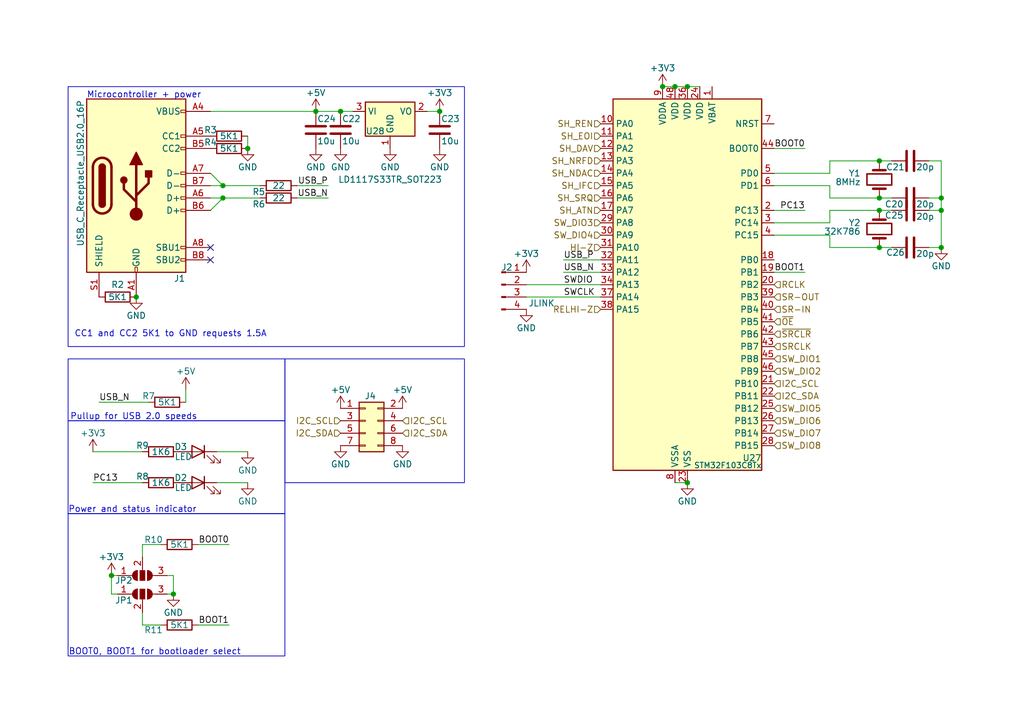
<source format=kicad_sch>
(kicad_sch (version 20231120) (generator "eeschema") (generator_version "8.0")
  (paper "A5")
  (lib_symbols
    (symbol "Connector:Conn_01x04_Pin" (pin_names (offset 1.016) hide)
      (property "Reference" "J" (at 0 5.08 0))
      (property "Value" "Conn_01x04_Pin" (at 0 -7.62 0))
      (symbol "Conn_01x04_Pin_1_1"
        (polyline (pts (xy 1.27 -5.08) (xy 0.8636 -5.08)) (stroke (width 0.1524)))
        (polyline (pts (xy 1.27 -2.54) (xy 0.8636 -2.54)) (stroke (width 0.1524)))
        (polyline (pts (xy 1.27 0) (xy 0.8636 0)) (stroke (width 0.1524)))
        (polyline (pts (xy 1.27 2.54) (xy 0.8636 2.54)) (stroke (width 0.1524)))
        (rectangle (start 0.8636 -4.953) (end 0 -5.207) (stroke (width 0.1524)) (fill (type outline)))
        (rectangle (start 0.8636 -2.413) (end 0 -2.667) (stroke (width 0.1524)) (fill (type outline)))
        (rectangle (start 0.8636 0.127) (end 0 -0.127) (stroke (width 0.1524)) (fill (type outline)))
        (rectangle (start 0.8636 2.667) (end 0 2.413) (stroke (width 0.1524)) (fill (type outline)))
        (pin passive line (at 5.08 2.54 180) (length 3.81) (name "Pin_1") (number "1"))
        (pin passive line (at 5.08 0 180) (length 3.81) (name "Pin_2") (number "2"))
        (pin passive line (at 5.08 -2.54 180) (length 3.81) (name "Pin_3") (number "3"))
        (pin passive line (at 5.08 -5.08 180) (length 3.81) (name "Pin_4") (number "4"))
      )
    )
    (symbol "Connector:USB_C_Receptacle_USB2.0_16P" (pin_names (offset 1.016))
      (property "Reference" "J" (at 0 22.225 0))
      (property "Value" "USB_C_Receptacle_USB2.0_16P" (at 0 19.685 0))
      (symbol "USB_C_Receptacle_USB2.0_16P_0_0"
        (rectangle (start -0.254 -17.78) (end 0.254 -16.764))
        (rectangle (start 10.16 -14.986) (end 9.144 -15.494))
        (rectangle (start 10.16 -12.446) (end 9.144 -12.954))
        (rectangle (start 10.16 -4.826) (end 9.144 -5.334))
        (rectangle (start 10.16 -2.286) (end 9.144 -2.794))
        (rectangle (start 10.16 0.254) (end 9.144 -0.254))
        (rectangle (start 10.16 2.794) (end 9.144 2.286))
        (rectangle (start 10.16 7.874) (end 9.144 7.366))
        (rectangle (start 10.16 10.414) (end 9.144 9.906))
        (rectangle (start 10.16 15.494) (end 9.144 14.986))
      )
      (symbol "USB_C_Receptacle_USB2.0_16P_0_1"
        (rectangle (start -10.16 17.78) (end 10.16 -17.78) (stroke (width 0.254)) (fill (type background)))
        (arc (start -8.89 -3.81) (mid -6.985 -5.7067) (end -5.08 -3.81) (stroke (width 0.508)))
        (arc (start -7.62 -3.81) (mid -6.985 -4.4423) (end -6.35 -3.81) (stroke (width 0.254)))
        (arc (start -7.62 -3.81) (mid -6.985 -4.4423) (end -6.35 -3.81) (stroke (width 0.254)) (fill (type outline)))
        (rectangle (start -7.62 -3.81) (end -6.35 3.81) (stroke (width 0.254)) (fill (type outline)))
        (arc (start -6.35 3.81) (mid -6.985 4.4423) (end -7.62 3.81) (stroke (width 0.254)))
        (arc (start -6.35 3.81) (mid -6.985 4.4423) (end -7.62 3.81) (stroke (width 0.254)) (fill (type outline)))
        (arc (start -5.08 3.81) (mid -6.985 5.7067) (end -8.89 3.81) (stroke (width 0.508)))
        (circle (center -2.54 1.143) (radius 0.635) (stroke (width 0.254)) (fill (type outline)))
        (circle (center 0 -5.842) (radius 1.27) (fill (type outline)))
        (polyline (pts (xy -8.89 -3.81) (xy -8.89 3.81)) (stroke (width 0.508)))
        (polyline (pts (xy -5.08 3.81) (xy -5.08 -3.81)) (stroke (width 0.508)))
        (polyline (pts (xy 0 -5.842) (xy 0 4.318)) (stroke (width 0.508)))
        (polyline (pts (xy 0 -3.302) (xy -2.54 -0.762) (xy -2.54 0.508)) (stroke (width 0.508)))
        (polyline (pts (xy 0 -2.032) (xy 2.54 0.508) (xy 2.54 1.778)) (stroke (width 0.508)))
        (polyline (pts (xy -1.27 4.318) (xy 0 6.858) (xy 1.27 4.318) (xy -1.27 4.318)) (stroke (width 0.254)) (fill (type outline)))
        (rectangle (start 1.905 1.778) (end 3.175 3.048) (stroke (width 0.254)) (fill (type outline)))
      )
      (symbol "USB_C_Receptacle_USB2.0_16P_1_1"
        (pin passive line (at 0 -22.86 90) (length 5.08) (name "GND") (number "A1"))
        (pin passive line (at 0 -22.86 90) (length 5.08) hide (name "GND") (number "A12"))
        (pin passive line (at 15.24 15.24 180) (length 5.08) (name "VBUS") (number "A4"))
        (pin bidirectional line (at 15.24 10.16 180) (length 5.08) (name "CC1") (number "A5"))
        (pin bidirectional line (at 15.24 -2.54 180) (length 5.08) (name "D+") (number "A6"))
        (pin bidirectional line (at 15.24 2.54 180) (length 5.08) (name "D-") (number "A7"))
        (pin bidirectional line (at 15.24 -12.7 180) (length 5.08) (name "SBU1") (number "A8"))
        (pin passive line (at 15.24 15.24 180) (length 5.08) hide (name "VBUS") (number "A9"))
        (pin passive line (at 0 -22.86 90) (length 5.08) hide (name "GND") (number "B1"))
        (pin passive line (at 0 -22.86 90) (length 5.08) hide (name "GND") (number "B12"))
        (pin passive line (at 15.24 15.24 180) (length 5.08) hide (name "VBUS") (number "B4"))
        (pin bidirectional line (at 15.24 7.62 180) (length 5.08) (name "CC2") (number "B5"))
        (pin bidirectional line (at 15.24 -5.08 180) (length 5.08) (name "D+") (number "B6"))
        (pin bidirectional line (at 15.24 0 180) (length 5.08) (name "D-") (number "B7"))
        (pin bidirectional line (at 15.24 -15.24 180) (length 5.08) (name "SBU2") (number "B8"))
        (pin passive line (at 15.24 15.24 180) (length 5.08) hide (name "VBUS") (number "B9"))
        (pin passive line (at -7.62 -22.86 90) (length 5.08) (name "SHIELD") (number "S1"))
      )
    )
    (symbol "Connector_Generic:Conn_02x04_Odd_Even" (pin_names (offset 1.016) hide)
      (property "Reference" "J" (at 1.27 5.08 0))
      (property "Value" "Conn_02x04_Odd_Even" (at 1.27 -7.62 0))
      (symbol "Conn_02x04_Odd_Even_1_1"
        (rectangle (start -1.27 -4.953) (end 0 -5.207) (stroke (width 0.1524)))
        (rectangle (start -1.27 -2.413) (end 0 -2.667) (stroke (width 0.1524)))
        (rectangle (start -1.27 0.127) (end 0 -0.127) (stroke (width 0.1524)))
        (rectangle (start -1.27 2.667) (end 0 2.413) (stroke (width 0.1524)))
        (rectangle (start -1.27 3.81) (end 3.81 -6.35) (stroke (width 0.254)) (fill (type background)))
        (rectangle (start 3.81 -4.953) (end 2.54 -5.207) (stroke (width 0.1524)))
        (rectangle (start 3.81 -2.413) (end 2.54 -2.667) (stroke (width 0.1524)))
        (rectangle (start 3.81 0.127) (end 2.54 -0.127) (stroke (width 0.1524)))
        (rectangle (start 3.81 2.667) (end 2.54 2.413) (stroke (width 0.1524)))
        (pin passive line (at -5.08 2.54 0) (length 3.81) (name "Pin_1") (number "1"))
        (pin passive line (at 7.62 2.54 180) (length 3.81) (name "Pin_2") (number "2"))
        (pin passive line (at -5.08 0 0) (length 3.81) (name "Pin_3") (number "3"))
        (pin passive line (at 7.62 0 180) (length 3.81) (name "Pin_4") (number "4"))
        (pin passive line (at -5.08 -2.54 0) (length 3.81) (name "Pin_5") (number "5"))
        (pin passive line (at 7.62 -2.54 180) (length 3.81) (name "Pin_6") (number "6"))
        (pin passive line (at -5.08 -5.08 0) (length 3.81) (name "Pin_7") (number "7"))
        (pin passive line (at 7.62 -5.08 180) (length 3.81) (name "Pin_8") (number "8"))
      )
    )
    (symbol "Device:C" (pin_numbers hide) (pin_names (offset 0.254))
      (property "Reference" "C" (at 0.635 2.54 0))
      (property "Value" "C" (at 0.635 -2.54 0))
      (symbol "C_0_1"
        (polyline (pts (xy -2.032 -0.762) (xy 2.032 -0.762)) (stroke (width 0.508)))
        (polyline (pts (xy -2.032 0.762) (xy 2.032 0.762)) (stroke (width 0.508)))
      )
      (symbol "C_1_1"
        (pin passive line (at 0 3.81 270) (length 2.794) (name "~") (number "1"))
        (pin passive line (at 0 -3.81 90) (length 2.794) (name "~") (number "2"))
      )
    )
    (symbol "Device:Crystal" (pin_numbers hide) (pin_names (offset 1.016) hide)
      (property "Reference" "Y" (at 0 3.81 0))
      (property "Value" "Crystal" (at 0 -3.81 0))
      (symbol "Crystal_0_1"
        (rectangle (start -1.143 2.54) (end 1.143 -2.54) (stroke (width 0.3048)))
        (polyline (pts (xy -2.54 0) (xy -1.905 0)))
        (polyline (pts (xy -1.905 -1.27) (xy -1.905 1.27)) (stroke (width 0.508)))
        (polyline (pts (xy 1.905 -1.27) (xy 1.905 1.27)) (stroke (width 0.508)))
        (polyline (pts (xy 2.54 0) (xy 1.905 0)))
      )
      (symbol "Crystal_1_1"
        (pin passive line (at -3.81 0 0) (length 1.27) (name "1") (number "1"))
        (pin passive line (at 3.81 0 180) (length 1.27) (name "2") (number "2"))
      )
    )
    (symbol "Device:LED" (pin_numbers hide) (pin_names (offset 1.016) hide)
      (property "Reference" "D" (at 0 2.54 0))
      (property "Value" "LED" (at 0 -2.54 0))
      (symbol "LED_0_1"
        (polyline (pts (xy -1.27 -1.27) (xy -1.27 1.27)) (stroke (width 0.254)))
        (polyline (pts (xy -1.27 0) (xy 1.27 0)))
        (polyline (pts (xy 1.27 -1.27) (xy 1.27 1.27) (xy -1.27 0) (xy 1.27 -1.27)) (stroke (width 0.254)))
        (polyline (pts (xy -3.048 -0.762) (xy -4.572 -2.286) (xy -3.81 -2.286) (xy -4.572 -2.286) (xy -4.572 -1.524)))
        (polyline (pts (xy -1.778 -0.762) (xy -3.302 -2.286) (xy -2.54 -2.286) (xy -3.302 -2.286) (xy -3.302 -1.524)))
      )
      (symbol "LED_1_1"
        (pin passive line (at -3.81 0 0) (length 2.54) (name "K") (number "1"))
        (pin passive line (at 3.81 0 180) (length 2.54) (name "A") (number "2"))
      )
    )
    (symbol "Device:R" (pin_numbers hide) (pin_names (offset 0))
      (property "Reference" "R" (at 2.032 0 90))
      (property "Value" "R" (at 0 0 90))
      (symbol "R_0_1"
        (rectangle (start -1.016 -2.54) (end 1.016 2.54) (stroke (width 0.254)))
      )
      (symbol "R_1_1"
        (pin passive line (at 0 3.81 270) (length 1.27) (name "~") (number "1"))
        (pin passive line (at 0 -3.81 90) (length 1.27) (name "~") (number "2"))
      )
    )
    (symbol "Jumper:SolderJumper_3_Open" (pin_names (offset 0) hide) (exclude_from_sim yes) (in_bom no)
      (property "Reference" "JP" (at -2.54 -2.54 0))
      (property "Value" "SolderJumper_3_Open" (at 0 2.794 0))
      (symbol "SolderJumper_3_Open_0_1"
        (arc (start -1.016 1.016) (mid -2.0276 0) (end -1.016 -1.016))
        (arc (start -1.016 1.016) (mid -2.0276 0) (end -1.016 -1.016) (fill (type outline)))
        (rectangle (start -0.508 1.016) (end 0.508 -1.016) (fill (type outline)))
        (polyline (pts (xy -2.54 0) (xy -2.032 0)))
        (polyline (pts (xy -1.016 1.016) (xy -1.016 -1.016)))
        (polyline (pts (xy 0 -1.27) (xy 0 -1.016)))
        (polyline (pts (xy 1.016 1.016) (xy 1.016 -1.016)))
        (polyline (pts (xy 2.54 0) (xy 2.032 0)))
        (arc (start 1.016 -1.016) (mid 2.0276 0) (end 1.016 1.016))
        (arc (start 1.016 -1.016) (mid 2.0276 0) (end 1.016 1.016) (fill (type outline)))
      )
      (symbol "SolderJumper_3_Open_1_1"
        (pin passive line (at -5.08 0 0) (length 2.54) (name "A") (number "1"))
        (pin passive line (at 0 -3.81 90) (length 2.54) (name "C") (number "2"))
        (pin passive line (at 5.08 0 180) (length 2.54) (name "B") (number "3"))
      )
    )
    (symbol "MCU_ST_STM32F1:STM32F103C8Tx"
      (property "Reference" "U" (at -15.24 39.37 0))
      (property "Value" "STM32F103C8Tx" (at 7.62 39.37 0))
      (symbol "STM32F103C8Tx_0_1"
        (rectangle (start -15.24 -38.1) (end 15.24 38.1) (stroke (width 0.254)) (fill (type background)))
      )
      (symbol "STM32F103C8Tx_1_1"
        (pin power_in line (at -5.08 40.64 270) (length 2.54) (name "VBAT") (number "1"))
        (pin bidirectional line (at 17.78 33.02 180) (length 2.54) (name "PA0") (number "10"))
        (pin bidirectional line (at 17.78 30.48 180) (length 2.54) (name "PA1") (number "11"))
        (pin bidirectional line (at 17.78 27.94 180) (length 2.54) (name "PA2") (number "12"))
        (pin bidirectional line (at 17.78 25.4 180) (length 2.54) (name "PA3") (number "13"))
        (pin bidirectional line (at 17.78 22.86 180) (length 2.54) (name "PA4") (number "14"))
        (pin bidirectional line (at 17.78 20.32 180) (length 2.54) (name "PA5") (number "15"))
        (pin bidirectional line (at 17.78 17.78 180) (length 2.54) (name "PA6") (number "16"))
        (pin bidirectional line (at 17.78 15.24 180) (length 2.54) (name "PA7") (number "17"))
        (pin bidirectional line (at -17.78 5.08 0) (length 2.54) (name "PB0") (number "18"))
        (pin bidirectional line (at -17.78 2.54 0) (length 2.54) (name "PB1") (number "19"))
        (pin bidirectional line (at -17.78 15.24 0) (length 2.54) (name "PC13") (number "2"))
        (pin bidirectional line (at -17.78 0 0) (length 2.54) (name "PB2") (number "20"))
        (pin bidirectional line (at -17.78 -20.32 0) (length 2.54) (name "PB10") (number "21"))
        (pin bidirectional line (at -17.78 -22.86 0) (length 2.54) (name "PB11") (number "22"))
        (pin power_in line (at 0 -40.64 90) (length 2.54) (name "VSS") (number "23"))
        (pin power_in line (at -2.54 40.64 270) (length 2.54) (name "VDD") (number "24"))
        (pin bidirectional line (at -17.78 -25.4 0) (length 2.54) (name "PB12") (number "25"))
        (pin bidirectional line (at -17.78 -27.94 0) (length 2.54) (name "PB13") (number "26"))
        (pin bidirectional line (at -17.78 -30.48 0) (length 2.54) (name "PB14") (number "27"))
        (pin bidirectional line (at -17.78 -33.02 0) (length 2.54) (name "PB15") (number "28"))
        (pin bidirectional line (at 17.78 12.7 180) (length 2.54) (name "PA8") (number "29"))
        (pin bidirectional line (at -17.78 12.7 0) (length 2.54) (name "PC14") (number "3"))
        (pin bidirectional line (at 17.78 10.16 180) (length 2.54) (name "PA9") (number "30"))
        (pin bidirectional line (at 17.78 7.62 180) (length 2.54) (name "PA10") (number "31"))
        (pin bidirectional line (at 17.78 5.08 180) (length 2.54) (name "PA11") (number "32"))
        (pin bidirectional line (at 17.78 2.54 180) (length 2.54) (name "PA12") (number "33"))
        (pin bidirectional line (at 17.78 0 180) (length 2.54) (name "PA13") (number "34"))
        (pin passive line (at 0 -40.64 90) (length 2.54) hide (name "VSS") (number "35"))
        (pin power_in line (at 0 40.64 270) (length 2.54) (name "VDD") (number "36"))
        (pin bidirectional line (at 17.78 -2.54 180) (length 2.54) (name "PA14") (number "37"))
        (pin bidirectional line (at 17.78 -5.08 180) (length 2.54) (name "PA15") (number "38"))
        (pin bidirectional line (at -17.78 -2.54 0) (length 2.54) (name "PB3") (number "39"))
        (pin bidirectional line (at -17.78 10.16 0) (length 2.54) (name "PC15") (number "4"))
        (pin bidirectional line (at -17.78 -5.08 0) (length 2.54) (name "PB4") (number "40"))
        (pin bidirectional line (at -17.78 -7.62 0) (length 2.54) (name "PB5") (number "41"))
        (pin bidirectional line (at -17.78 -10.16 0) (length 2.54) (name "PB6") (number "42"))
        (pin bidirectional line (at -17.78 -12.7 0) (length 2.54) (name "PB7") (number "43"))
        (pin input line (at -17.78 27.94 0) (length 2.54) (name "BOOT0") (number "44"))
        (pin bidirectional line (at -17.78 -15.24 0) (length 2.54) (name "PB8") (number "45"))
        (pin bidirectional line (at -17.78 -17.78 0) (length 2.54) (name "PB9") (number "46"))
        (pin passive line (at 0 -40.64 90) (length 2.54) hide (name "VSS") (number "47"))
        (pin power_in line (at 2.54 40.64 270) (length 2.54) (name "VDD") (number "48"))
        (pin bidirectional line (at -17.78 22.86 0) (length 2.54) (name "PD0") (number "5"))
        (pin bidirectional line (at -17.78 20.32 0) (length 2.54) (name "PD1") (number "6"))
        (pin input line (at -17.78 33.02 0) (length 2.54) (name "NRST") (number "7"))
        (pin power_in line (at 2.54 -40.64 90) (length 2.54) (name "VSSA") (number "8"))
        (pin power_in line (at 5.08 40.64 270) (length 2.54) (name "VDDA") (number "9"))
      )
    )
    (symbol "Regulator_Linear:LD1117S33TR_SOT223"
      (property "Reference" "U" (at -3.81 3.175 0))
      (property "Value" "LD1117S33TR_SOT223" (at 0 3.175 0))
      (symbol "LD1117S33TR_SOT223_0_1"
        (rectangle (start -5.08 -5.08) (end 5.08 1.905) (stroke (width 0.254)) (fill (type background)))
      )
      (symbol "LD1117S33TR_SOT223_1_1"
        (pin power_in line (at 0 -7.62 90) (length 2.54) (name "GND") (number "1"))
        (pin power_out line (at 7.62 0 180) (length 2.54) (name "VO") (number "2"))
        (pin power_in line (at -7.62 0 0) (length 2.54) (name "VI") (number "3"))
      )
    )
    (symbol "power:+5V" (power) (pin_names (offset 0))
      (property "Value" "+5V" (at 0 3.556 0))
      (symbol "+5V_0_1"
        (polyline (pts (xy -0.762 1.27) (xy 0 2.54)))
        (polyline (pts (xy 0 0) (xy 0 2.54)))
        (polyline (pts (xy 0 2.54) (xy 0.762 1.27)))
      )
      (symbol "+5V_1_1"
        (pin power_in line (at 0 0 90) (length 0) hide (name "+5V") (number "1"))
      )
    )
    (symbol "power:GND" (power) (pin_names (offset 0))
      (property "Value" "GND" (at 0 -3.81 0))
      (symbol "GND_0_1"
        (polyline (pts (xy 0 0) (xy 0 -1.27) (xy 1.27 -1.27) (xy 0 -2.54) (xy -1.27 -1.27) (xy 0 -1.27)))
      )
      (symbol "GND_1_1"
        (pin power_in line (at 0 0 270) (length 0) hide (name "GND") (number "1"))
      )
    )
  )
  (junction (at 50.8 30.48))
  (junction (at 193.04 43.18))
  (junction (at 193.04 40.64))
  (junction (at 180.34 50.8))
  (junction (at 138.43 17.78))
  (junction (at 135.89 17.78))
  (junction (at 180.34 33.02))
  (junction (at 22.86 118.11))
  (junction (at 140.97 99.06))
  (junction (at 193.04 50.8))
  (junction (at 90.17 22.86))
  (junction (at 45.72 38.1))
  (junction (at 180.34 40.64))
  (junction (at 64.77 22.86))
  (junction (at 27.94 60.96))
  (junction (at 35.56 121.92))
  (junction (at 140.97 17.78))
  (junction (at 69.85 22.86))
  (junction (at 180.34 43.18))
  (junction (at 45.72 40.64))
  (no_connect (at 43.18 50.8))
  (no_connect (at 43.18 53.34))
  (wire (pts (xy 33.02 111.76) (xy 29.21 111.76)))
  (wire (pts (xy 107.95 58.42) (xy 123.19 58.42)))
  (wire (pts (xy 67.31 38.1) (xy 60.96 38.1)))
  (wire (pts (xy 180.34 33.02) (xy 170.18 33.02)))
  (wire (pts (xy 29.21 128.27) (xy 29.21 125.73)))
  (wire (pts (xy 190.5 43.18) (xy 193.04 43.18)))
  (wire (pts (xy 107.95 60.96) (xy 123.19 60.96)))
  (wire (pts (xy 45.72 40.64) (xy 43.18 43.18)))
  (wire (pts (xy 190.5 33.02) (xy 193.04 33.02)))
  (wire (pts (xy 22.86 118.11) (xy 24.13 118.11)))
  (wire (pts (xy 43.18 35.56) (xy 45.72 38.1)))
  (wire (pts (xy 140.97 17.78) (xy 138.43 17.78)))
  (wire (pts (xy 193.04 40.64) (xy 190.5 40.64)))
  (wire (pts (xy 45.72 38.1) (xy 53.34 38.1)))
  (wire (pts (xy 45.72 40.64) (xy 53.34 40.64)))
  (wire (pts (xy 20.32 82.55) (xy 30.48 82.55)))
  (wire (pts (xy 158.75 38.1) (xy 170.18 38.1)))
  (wire (pts (xy 40.64 128.27) (xy 46.99 128.27)))
  (wire (pts (xy 165.1 30.48) (xy 158.75 30.48)))
  (wire (pts (xy 143.51 17.78) (xy 140.97 17.78)))
  (wire (pts (xy 193.04 40.64) (xy 193.04 43.18)))
  (wire (pts (xy 170.18 33.02) (xy 170.18 35.56)))
  (wire (pts (xy 69.85 22.86) (xy 72.39 22.86)))
  (wire (pts (xy 180.34 40.64) (xy 170.18 40.64)))
  (wire (pts (xy 33.02 128.27) (xy 29.21 128.27)))
  (wire (pts (xy 170.18 40.64) (xy 170.18 38.1)))
  (wire (pts (xy 182.88 33.02) (xy 180.34 33.02)))
  (wire (pts (xy 35.56 121.92) (xy 34.29 121.92)))
  (wire (pts (xy 34.29 118.11) (xy 35.56 118.11)))
  (wire (pts (xy 22.86 118.11) (xy 22.86 121.92)))
  (wire (pts (xy 180.34 50.8) (xy 170.18 50.8)))
  (wire (pts (xy 43.18 22.86) (xy 64.77 22.86)))
  (wire (pts (xy 170.18 43.18) (xy 170.18 45.72)))
  (wire (pts (xy 158.75 35.56) (xy 170.18 35.56)))
  (wire (pts (xy 43.18 40.64) (xy 45.72 40.64)))
  (wire (pts (xy 158.75 48.26) (xy 170.18 48.26)))
  (wire (pts (xy 44.45 99.06) (xy 50.8 99.06)))
  (wire (pts (xy 193.04 43.18) (xy 193.04 50.8)))
  (wire (pts (xy 115.57 55.88) (xy 123.19 55.88)))
  (wire (pts (xy 19.05 92.71) (xy 29.21 92.71)))
  (wire (pts (xy 67.31 40.64) (xy 60.96 40.64)))
  (wire (pts (xy 193.04 33.02) (xy 193.04 40.64)))
  (wire (pts (xy 170.18 45.72) (xy 158.75 45.72)))
  (wire (pts (xy 64.77 22.86) (xy 69.85 22.86)))
  (wire (pts (xy 182.88 43.18) (xy 180.34 43.18)))
  (wire (pts (xy 182.88 40.64) (xy 180.34 40.64)))
  (wire (pts (xy 40.64 111.76) (xy 46.99 111.76)))
  (wire (pts (xy 90.17 22.86) (xy 87.63 22.86)))
  (wire (pts (xy 140.97 99.06) (xy 138.43 99.06)))
  (wire (pts (xy 44.45 92.71) (xy 50.8 92.71)))
  (wire (pts (xy 19.05 99.06) (xy 29.21 99.06)))
  (wire (pts (xy 170.18 48.26) (xy 170.18 50.8)))
  (wire (pts (xy 43.18 38.1) (xy 45.72 38.1)))
  (wire (pts (xy 35.56 118.11) (xy 35.56 121.92)))
  (wire (pts (xy 29.21 111.76) (xy 29.21 114.3)))
  (wire (pts (xy 165.1 55.88) (xy 158.75 55.88)))
  (wire (pts (xy 165.1 43.18) (xy 158.75 43.18)))
  (wire (pts (xy 193.04 50.8) (xy 190.5 50.8)))
  (wire (pts (xy 182.88 50.8) (xy 180.34 50.8)))
  (wire (pts (xy 50.8 30.48) (xy 50.8 27.94)))
  (wire (pts (xy 38.1 80.01) (xy 38.1 82.55)))
  (wire (pts (xy 22.86 121.92) (xy 24.13 121.92)))
  (wire (pts (xy 180.34 43.18) (xy 170.18 43.18)))
  (wire (pts (xy 138.43 17.78) (xy 135.89 17.78)))
  (wire (pts (xy 115.57 53.34) (xy 123.19 53.34)))
  (rectangle (start 13.97 86.36) (end 58.42 105.41))
  (rectangle (start 13.97 105.41) (end 58.42 134.62))
  (rectangle (start 58.42 73.66) (end 95.25 99.06))
  (rectangle (start 13.97 73.66) (end 58.42 86.36))
  (rectangle (start 13.97 17.78) (end 95.25 71.12))
  (text "CC1 and CC2 5K1 to GND requests 1.5A" (at 15.24 69.342 0) (effects (font (size 1.27 1.27)) (justify left bottom)))
  (text "Power and status indicator" (at 27.178 104.648 0) (effects (font (size 1.27 1.27))))
  (text "Microcontroller + power" (at 17.78 20.32 0) (effects (font (size 1.27 1.27)) (justify left bottom)))
  (text "BOOT0, BOOT1 for bootloader select" (at 31.75 133.858 0) (effects (font (size 1.27 1.27))))
  (text "Pullup for USB 2.0 speeds" (at 27.432 85.598 0) (effects (font (size 1.27 1.27))))
  (label "BOOT1" (at 46.99 128.27 180))
  (label "PC13" (at 19.05 99.06 0))
  (label "BOOT1" (at 165.1 55.88 180))
  (label "USB_N" (at 20.32 82.55 0))
  (label "USB_N" (at 115.57 55.88 0))
  (label "USB_P" (at 115.57 53.34 0))
  (label "SWCLK" (at 115.57 60.96 0))
  (label "PC13" (at 165.1 43.18 180))
  (label "USB_P" (at 67.31 38.1 180))
  (label "USB_N" (at 67.31 40.64 180))
  (label "BOOT0" (at 165.1 30.48 180))
  (label "BOOT0" (at 46.99 111.76 180))
  (label "SWDIO" (at 115.57 58.42 0))
  (hierarchical_label "I2C_SCL" (shape input) (at 69.85 86.36 180))
  (hierarchical_label "SH_EOI" (shape input) (at 123.19 27.94 180))
  (hierarchical_label "SR-IN" (shape input) (at 158.75 63.5 0))
  (hierarchical_label "SW_DIO5" (shape input) (at 158.75 83.82 0))
  (hierarchical_label "SH_NDAC" (shape input) (at 123.19 35.56 180))
  (hierarchical_label "HI-Z" (shape input) (at 123.19 50.8 180))
  (hierarchical_label "RCLK" (shape input) (at 158.75 58.42 0))
  (hierarchical_label "~{SRCLR}" (shape input) (at 158.75 68.58 0))
  (hierarchical_label "SR-OUT" (shape input) (at 158.75 60.96 0))
  (hierarchical_label "~{OE}" (shape input) (at 158.75 66.04 0))
  (hierarchical_label "I2C_SCL" (shape input) (at 82.55 86.36 0))
  (hierarchical_label "SH_DAV" (shape input) (at 123.19 30.48 180))
  (hierarchical_label "SW_DIO6" (shape input) (at 158.75 86.36 0))
  (hierarchical_label "RELHI-Z" (shape input) (at 123.19 63.5 180))
  (hierarchical_label "SW_DIO8" (shape input) (at 158.75 91.44 0))
  (hierarchical_label "SRCLK" (shape input) (at 158.75 71.12 0))
  (hierarchical_label "SH_NRFD" (shape input) (at 123.19 33.02 180))
  (hierarchical_label "I2C_SDA" (shape input) (at 158.75 81.28 0))
  (hierarchical_label "I2C_SDA" (shape input) (at 82.55 88.9 0))
  (hierarchical_label "SH_IFC" (shape input) (at 123.19 38.1 180))
  (hierarchical_label "SH_ATN" (shape input) (at 123.19 43.18 180))
  (hierarchical_label "SW_DIO2" (shape input) (at 158.75 76.2 0))
  (hierarchical_label "SH_REN" (shape input) (at 123.19 25.4 180))
  (hierarchical_label "SH_SRQ" (shape input) (at 123.19 40.64 180))
  (hierarchical_label "SW_DIO3" (shape input) (at 123.19 45.72 180))
  (hierarchical_label "I2C_SCL" (shape input) (at 158.75 78.74 0))
  (hierarchical_label "SW_DIO7" (shape input) (at 158.75 88.9 0))
  (hierarchical_label "SW_DIO1" (shape input) (at 158.75 73.66 0))
  (hierarchical_label "SW_DIO4" (shape input) (at 123.19 48.26 180))
  (hierarchical_label "I2C_SDA" (shape input) (at 69.85 88.9 180))
  (symbol (lib_id "Device:C") (at 69.85 26.67 0) (unit 1)
    (property "Reference" "C22" (at 70.104 24.384 0) (effects (justify left)))
    (property "Value" "10u" (at 70.104 28.956 0) (effects (justify left)))
    (property "Footprint" "Capacitor_SMD:C_0805_2012Metric" (effects (hide yes)))
    (property "Description" "Unpolarized capacitor" (effects (hide yes)))
  )
  (symbol (lib_id "Device:LED") (at 40.64 99.06 0) (mirror y) (unit 1)
    (property "Reference" "D2" (at 37.084 98.044 0))
    (property "Value" "LED" (at 37.592 100.076 0))
    (property "Footprint" "Diode_SMD:D_0805_2012Metric" (effects (hide yes)))
    (property "Description" "Light emitting diode" (effects (hide yes)))
  )
  (symbol (lib_id "Device:R") (at 36.83 111.76 270) (unit 1)
    (property "Reference" "R10" (at 31.496 110.744 90))
    (property "Value" "5K1" (at 36.83 111.76 90))
    (property "Footprint" "Resistor_SMD:R_0805_2012Metric" (effects (hide yes)))
  )
  (symbol (lib_id "Connector_Generic:Conn_02x04_Odd_Even") (at 74.93 86.36 0) (unit 1)
    (property "Reference" "J4" (at 75.946 81.28 0))
    (property "Value" "Conn_02x04_Odd_Even" (effects (hide yes)))
    (property "Footprint" "Connector_PinHeader_2.54mm:PinHeader_2x04_P2.54mm_Vertical" (effects (hide yes)))
    (property "Description" "Generic connector, double row, 02x04, odd/even pin numbering scheme (row 1 odd numbers, row 2 even numbers), script generated (kicad-library-utils/schlib/autogen/connector/)" (effects (hide yes)))
  )
  (symbol (lib_id "power:+5V") (at 19.05 92.71 0) (unit 1)
    (property "Reference" "#PWR0104" (effects (hide yes)))
    (property "Value" "+3V3" (at 19.05 88.9 0))
  )
  (symbol (lib_id "Device:R") (at 46.99 27.94 90) (unit 1)
    (property "Reference" "R3" (at 43.18 26.67 90))
    (property "Value" "5K1" (at 46.99 27.94 90))
    (property "Footprint" "Resistor_SMD:R_0805_2012Metric" (effects (hide yes)))
  )
  (symbol (lib_id "power:GND") (at 50.8 92.71 0) (mirror y) (unit 1)
    (property "Reference" "#PWR0102" (effects (hide yes)))
    (property "Value" "GND" (at 50.8 96.52 0))
  )
  (symbol (lib_id "Connector:Conn_01x04_Pin") (at 102.87 58.42 0) (unit 1)
    (property "Reference" "J2" (at 105.156 54.864 0) (effects (justify right)))
    (property "Value" "JLINK" (at 113.792 62.23 0) (effects (justify right)))
    (property "Footprint" "Connector_PinHeader_2.54mm:PinHeader_1x04_P2.54mm_Vertical" (effects (hide yes)))
    (property "Description" "Generic connector, single row, 01x04, script generated" (effects (hide yes)))
  )
  (symbol (lib_id "power:+5V") (at 135.89 17.78 0) (mirror y) (unit 1)
    (property "Reference" "#PWR097" (effects (hide yes)))
    (property "Value" "+3V3" (at 135.89 13.97 0))
  )
  (symbol (lib_id "Device:C") (at 186.69 50.8 270) (mirror x) (unit 1)
    (property "Reference" "C26" (at 183.642 51.816 90))
    (property "Value" "20p" (at 189.738 52.07 90))
    (property "Footprint" "Capacitor_SMD:C_0805_2012Metric" (effects (hide yes)))
    (property "Description" "Unpolarized capacitor" (effects (hide yes)))
  )
  (symbol (lib_id "Regulator_Linear:LD1117S33TR_SOT223") (at 80.01 22.86 0) (unit 1)
    (property "Reference" "U28" (at 76.962 26.924 0))
    (property "Value" "LD1117S33TR_SOT223" (at 80.01 36.83 0))
    (property "Footprint" "Package_TO_SOT_SMD:SOT-223-3_TabPin2" (effects (hide yes)))
    (property "Datasheet" "http://www.st.com/st-web-ui/static/active/en/resource/technical/document/datasheet/CD00000544.pdf" (effects (hide yes)))
  )
  (symbol (lib_id "Device:C") (at 90.17 26.67 0) (unit 1)
    (property "Reference" "C23" (at 90.424 24.384 0) (effects (justify left)))
    (property "Value" "10u" (at 90.424 28.956 0) (effects (justify left)))
    (property "Footprint" "Capacitor_SMD:C_0805_2012Metric" (effects (hide yes)))
    (property "Description" "Unpolarized capacitor" (effects (hide yes)))
  )
  (symbol (lib_id "power:+5V") (at 64.77 22.86 0) (unit 1)
    (property "Reference" "#PWR093" (effects (hide yes)))
    (property "Value" "+5V" (at 64.77 19.05 0))
  )
  (symbol (lib_id "Device:C") (at 64.77 26.67 0) (unit 1)
    (property "Reference" "C24" (at 65.024 24.384 0) (effects (justify left)))
    (property "Value" "10u" (at 65.024 28.956 0) (effects (justify left)))
    (property "Footprint" "Capacitor_SMD:C_0805_2012Metric" (effects (hide yes)))
    (property "Description" "Unpolarized capacitor" (effects (hide yes)))
  )
  (symbol (lib_id "power:+5V") (at 107.95 55.88 0) (unit 1)
    (property "Reference" "#PWR099" (effects (hide yes)))
    (property "Value" "+3V3" (at 107.95 52.07 0))
  )
  (symbol (lib_id "power:GND") (at 107.95 63.5 0) (mirror y) (unit 1)
    (property "Reference" "#PWR098" (effects (hide yes)))
    (property "Value" "GND" (at 107.95 67.31 0))
  )
  (symbol (lib_id "power:+5V") (at 69.85 83.82 0) (unit 1)
    (property "Reference" "#PWR0114" (effects (hide yes)))
    (property "Value" "+5V" (at 69.85 80.01 0))
  )
  (symbol (lib_id "power:GND") (at 50.8 99.06 0) (mirror y) (unit 1)
    (property "Reference" "#PWR0101" (effects (hide yes)))
    (property "Value" "GND" (at 50.8 102.87 0))
  )
  (symbol (lib_id "power:GND") (at 27.94 60.96 0) (unit 1)
    (property "Reference" "#PWR087" (effects (hide yes)))
    (property "Value" "GND" (at 27.94 64.77 0))
  )
  (symbol (lib_id "MCU_ST_STM32F1:STM32F103C8Tx") (at 140.97 58.42 0) (mirror y) (unit 1)
    (property "Reference" "U27" (at 156.21 93.98 0) (effects (justify left)))
    (property "Value" "STM32F103C8Tx" (at 156.21 95.504 0) (effects (font (size 1.143 1.143)) (justify left)))
    (property "Footprint" "Package_QFP:LQFP-48_7x7mm_P0.5mm" (effects (hide yes)))
    (property "Datasheet" "https://www.st.com/resource/en/datasheet/stm32f103c8.pdf" (effects (hide yes)))
    (property "Description" "STMicroelectronics Arm Cortex-M3 MCU, 64KB flash, 20KB RAM, 72 MHz, 2.0-3.6V, 37 GPIO, LQFP48" (effects (hide yes)))
  )
  (symbol (lib_id "power:+5V") (at 82.55 83.82 0) (unit 1)
    (property "Reference" "#PWR02" (effects (hide yes)))
    (property "Value" "+5V" (at 82.55 80.01 0))
  )
  (symbol (lib_id "power:GND") (at 80.01 30.48 0) (unit 1)
    (property "Reference" "#PWR089" (effects (hide yes)))
    (property "Value" "GND" (at 80.01 34.29 0))
  )
  (symbol (lib_id "Device:R") (at 57.15 40.64 90) (unit 1)
    (property "Reference" "R6" (at 53.086 41.91 90))
    (property "Value" "22" (at 57.15 40.64 90))
    (property "Footprint" "Resistor_SMD:R_0805_2012Metric" (effects (hide yes)))
    (property "Description" "Resistor" (effects (hide yes)))
  )
  (symbol (lib_id "power:GND") (at 64.77 30.48 0) (unit 1)
    (property "Reference" "#PWR0100" (effects (hide yes)))
    (property "Value" "GND" (at 64.77 34.29 0))
  )
  (symbol (lib_id "power:+5V") (at 22.86 118.11 0) (unit 1)
    (property "Reference" "#PWR0103" (effects (hide yes)))
    (property "Value" "+3V3" (at 22.86 114.3 0))
  )
  (symbol (lib_id "Jumper:SolderJumper_3_Open") (at 29.21 118.11 0) (mirror x) (unit 1) (exclude_from_sim yes) (in_bom no)
    (property "Reference" "JP2" (at 25.4 119.126 0))
    (property "Value" "SolderJumper_3_Open" (effects (hide yes)))
    (property "Footprint" "Jumper:SolderJumper-3_P1.3mm_Open_RoundedPad1.0x1.5mm" (effects (hide yes)))
    (property "Description" "Solder Jumper, 3-pole, open" (effects (hide yes)))
  )
  (symbol (lib_id "power:+5V") (at 90.17 22.86 0) (unit 1)
    (property "Reference" "#PWR096" (effects (hide yes)))
    (property "Value" "+3V3" (at 90.17 19.05 0))
  )
  (symbol (lib_id "power:GND") (at 90.17 30.48 0) (unit 1)
    (property "Reference" "#PWR095" (effects (hide yes)))
    (property "Value" "GND" (at 90.17 34.29 0))
  )
  (symbol (lib_id "Device:C") (at 186.69 40.64 270) (mirror x) (unit 1)
    (property "Reference" "C20" (at 183.388 41.91 90))
    (property "Value" "20p" (at 189.738 41.91 90))
    (property "Footprint" "Capacitor_SMD:C_0805_2012Metric" (effects (hide yes)))
    (property "Description" "Unpolarized capacitor" (effects (hide yes)))
  )
  (symbol (lib_id "power:GND") (at 50.8 30.48 0) (unit 1)
    (property "Reference" "#PWR090" (effects (hide yes)))
    (property "Value" "GND" (at 50.8 34.29 0))
  )
  (symbol (lib_id "Device:R") (at 46.99 30.48 90) (unit 1)
    (property "Reference" "R4" (at 43.18 29.21 90))
    (property "Value" "5K1" (at 46.99 30.48 90))
    (property "Footprint" "Resistor_SMD:R_0805_2012Metric" (effects (hide yes)))
  )
  (symbol (lib_id "power:GND") (at 82.55 91.44 0) (mirror y) (unit 1)
    (property "Reference" "#PWR0116" (effects (hide yes)))
    (property "Value" "GND" (at 82.55 95.25 0))
  )
  (symbol (lib_id "Device:R") (at 33.02 92.71 90) (unit 1)
    (property "Reference" "R9" (at 29.21 91.44 90))
    (property "Value" "1K6" (at 33.02 92.71 90))
    (property "Footprint" "Resistor_SMD:R_0805_2012Metric" (effects (hide yes)))
  )
  (symbol (lib_id "Connector:USB_C_Receptacle_USB2.0_16P") (at 27.94 38.1 0) (unit 1)
    (property "Reference" "J1" (at 36.83 57.15 0))
    (property "Value" "USB_C_Receptacle_USB2.0_16P" (at 16.51 35.56 90))
    (property "Footprint" "Connector_USB:USB_C_Receptacle_HCTL_HC-TYPE-C-16P-01A" (effects (hide yes)))
    (property "Datasheet" "https://www.usb.org/sites/default/files/documents/usb_type-c.zip" (effects (hide yes)))
  )
  (symbol (lib_id "Device:LED") (at 40.64 92.71 0) (mirror y) (unit 1)
    (property "Reference" "D3" (at 37.084 91.694 0))
    (property "Value" "LED" (at 37.592 93.726 0))
    (property "Footprint" "Diode_SMD:D_0805_2012Metric" (effects (hide yes)))
    (property "Description" "Light emitting diode" (effects (hide yes)))
  )
  (symbol (lib_id "Device:C") (at 186.69 43.18 270) (mirror x) (unit 1)
    (property "Reference" "C25" (at 183.388 44.196 90))
    (property "Value" "20p" (at 189.738 44.45 90))
    (property "Footprint" "Capacitor_SMD:C_0805_2012Metric" (effects (hide yes)))
    (property "Description" "Unpolarized capacitor" (effects (hide yes)))
  )
  (symbol (lib_id "power:GND") (at 35.56 121.92 0) (mirror y) (unit 1)
    (property "Reference" "#PWR092" (effects (hide yes)))
    (property "Value" "GND" (at 35.56 125.73 0))
  )
  (symbol (lib_id "Device:R") (at 34.29 82.55 90) (unit 1)
    (property "Reference" "R7" (at 30.48 81.28 90))
    (property "Value" "5K1" (at 34.29 82.55 90))
    (property "Footprint" "Resistor_SMD:R_0805_2012Metric" (effects (hide yes)))
  )
  (symbol (lib_id "Device:R") (at 33.02 99.06 90) (unit 1)
    (property "Reference" "R8" (at 29.21 97.79 90))
    (property "Value" "1K6" (at 33.02 99.06 90))
    (property "Footprint" "Resistor_SMD:R_0805_2012Metric" (effects (hide yes)))
  )
  (symbol (lib_id "Device:R") (at 36.83 128.27 270) (unit 1)
    (property "Reference" "R11" (at 31.496 129.286 90))
    (property "Value" "5K1" (at 36.83 128.27 90))
    (property "Footprint" "Resistor_SMD:R_0805_2012Metric" (effects (hide yes)))
  )
  (symbol (lib_id "Device:Crystal") (at 180.34 36.83 270) (mirror x) (unit 1)
    (property "Reference" "Y1" (at 176.53 35.5599 90) (effects (justify right)))
    (property "Value" "8MHz" (at 176.53 37.338 90) (effects (justify right)))
    (property "Footprint" "Crystal:Crystal_SMD_Abracon_ABM3-2Pin_5.0x3.2mm" (effects (hide yes)))
    (property "Description" "Two pin crystal" (effects (hide yes)))
  )
  (symbol (lib_id "Device:R") (at 24.13 60.96 90) (unit 1)
    (property "Reference" "R2" (at 24.13 58.42 90))
    (property "Value" "5K1" (at 24.13 60.96 90))
    (property "Footprint" "Resistor_SMD:R_0805_2012Metric" (effects (hide yes)))
  )
  (symbol (lib_id "power:GND") (at 69.85 91.44 0) (mirror y) (unit 1)
    (property "Reference" "#PWR0115" (effects (hide yes)))
    (property "Value" "GND" (at 69.85 95.25 0))
  )
  (symbol (lib_id "Device:C") (at 186.69 33.02 270) (mirror x) (unit 1)
    (property "Reference" "C21" (at 183.642 34.29 90))
    (property "Value" "20p" (at 189.738 34.29 90))
    (property "Footprint" "Capacitor_SMD:C_0805_2012Metric" (effects (hide yes)))
    (property "Description" "Unpolarized capacitor" (effects (hide yes)))
  )
  (symbol (lib_id "power:GND") (at 69.85 30.48 0) (unit 1)
    (property "Reference" "#PWR094" (effects (hide yes)))
    (property "Value" "GND" (at 69.85 34.29 0))
  )
  (symbol (lib_id "power:GND") (at 193.04 50.8 0) (mirror y) (unit 1)
    (property "Reference" "#PWR0107" (effects (hide yes)))
    (property "Value" "GND" (at 193.04 54.61 0))
  )
  (symbol (lib_id "Device:Crystal") (at 180.34 46.99 270) (mirror x) (unit 1)
    (property "Reference" "Y2" (at 176.53 45.7199 90) (effects (justify right)))
    (property "Value" "32K786" (at 176.53 47.498 90) (effects (justify right)))
    (property "Footprint" "Crystal:Crystal_SMD_Abracon_ABM3-2Pin_5.0x3.2mm" (effects (hide yes)))
    (property "Description" "Two pin crystal" (effects (hide yes)))
  )
  (symbol (lib_id "power:+5V") (at 38.1 80.01 0) (unit 1)
    (property "Reference" "#PWR0105" (effects (hide yes)))
    (property "Value" "+5V" (at 38.1 76.2 0))
  )
  (symbol (lib_id "Device:R") (at 57.15 38.1 90) (unit 1)
    (property "Reference" "R5" (at 53.086 39.37 90))
    (property "Value" "22" (at 57.15 38.1 90))
    (property "Footprint" "Resistor_SMD:R_0805_2012Metric" (effects (hide yes)))
    (property "Description" "Resistor" (effects (hide yes)))
  )
  (symbol (lib_id "power:GND") (at 140.97 99.06 0) (mirror y) (unit 1)
    (property "Reference" "#PWR091" (effects (hide yes)))
    (property "Value" "GND" (at 140.97 102.87 0))
  )
  (symbol (lib_id "Jumper:SolderJumper_3_Open") (at 29.21 121.92 0) (unit 1) (exclude_from_sim yes) (in_bom no)
    (property "Reference" "JP1" (at 25.4 123.19 0))
    (property "Value" "SolderJumper_3_Open" (effects (hide yes)))
    (property "Footprint" "Jumper:SolderJumper-3_P1.3mm_Open_RoundedPad1.0x1.5mm" (effects (hide yes)))
    (property "Description" "Solder Jumper, 3-pole, open" (effects (hide yes)))
  )
)
</source>
